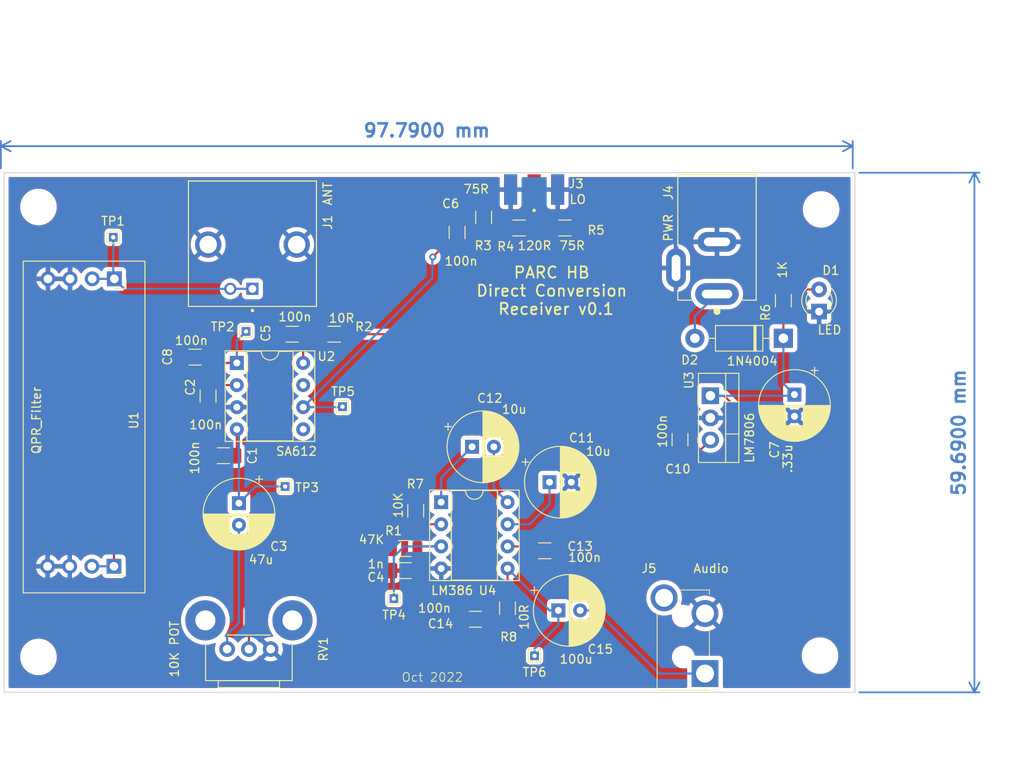
<source format=kicad_pcb>
(kicad_pcb (version 20211014) (generator pcbnew)
  (layers (0 "F.Cu" signal) (31 "B.Cu" signal) (34 "B.Paste" user) (35 "F.Paste" user) (36 "B.SilkS" user "B.Silkscreen") (37 "F.SilkS" user "F.Silkscreen") (38 "B.Mask" user) (39 "F.Mask" user) (44 "Edge.Cuts" user))
  (net 0 "")
  (net 1 "Net-(C1-Pad1)")
  (net 2 "GND")
  (net 3 "Net-(C2-Pad1)")
  (net 4 "Net-(C3-Pad2)")
  (net 5 "Net-(C4-Pad1)")
  (net 6 "Net-(C5-Pad1)")
  (net 7 "Net-(C6-Pad1)")
  (net 8 "12V")
  (net 9 "RX6V")
  (net 10 "Net-(D1-Pad2)")
  (net 11 "Net-(D2-Pad2)")
  (net 12 "Net-(C6-Pad2)")
  (net 13 "Net-(J1-Pad1)")
  (net 14 "Net-(J3-Pad1)")
  (net 15 "Net-(R1-Pad1)")
  (net 16 "Net-(C8-Pad1)")
  (net 19 "Net-(C11-Pad1)")
  (net 20 "Net-(C12-Pad1)")
  (net 21 "Net-(C12-Pad2)")
  (net 22 "Net-(C14-Pad1)")
  (net 23 "Net-(C15-Pad1)")
  (net 24 "Net-(C15-Pad2)")
  (net 25 "Net-(R7-Pad2)")
  (net 27 "Net-(C8-Pad2)")
  (footprint "Capacitor_THT:CP_Radial_D8.0mm_P2.50mm" (layer "F.Cu") (at 112.435 48.601849 -90)
    (fp_text reference "C7" (at 6.35 2.286 -270) (layer "F.SilkS"))
    (fp_text value ".33u" (at 7.366 0.762 -270) (layer "F.SilkS"))
    (pad "1" thru_hole rect (at 0 0 270) (size 1.6 1.6) (drill 0.8) (layers *.Cu *.Mask) (net 8 "12V"))
    (pad "2" thru_hole circle (at 2.5 0 270) (size 1.6 1.6) (drill 0.8) (layers *.Cu *.Mask) (net 2 "GND"))
  )
  (footprint "Capacitor_THT:CP_Radial_D8.0mm_P2.50mm" (layer "F.Cu") (at 84.318 58.664)
    (fp_text reference "C11" (at 3.692651 -5.08) (layer "F.SilkS"))
    (fp_text value "10u" (at 5.598 -3.546) (layer "F.SilkS"))
    (pad "1" thru_hole rect (at 0 0) (size 1.6 1.6) (drill 0.8) (layers *.Cu *.Mask) (net 19 "Net-(C11-Pad1)"))
    (pad "2" thru_hole circle (at 2.5 0) (size 1.6 1.6) (drill 0.8) (layers *.Cu *.Mask) (net 2 "GND"))
  )
  (footprint "Capacitor_SMD:C_1206_3216Metric" (layer "F.Cu") (at 43.6372 44.2976)
    (fp_text reference "C8" (at -3.175 -0.0254 90) (layer "F.SilkS"))
    (fp_text value "100n" (at -0.4318 -1.905) (layer "F.SilkS"))
    (pad "1" smd roundrect (at -1.475 0) (size 1.15 1.8) (layers "F.Cu" "F.Paste" "F.Mask") (roundrect_rratio 0.2173913043) (net 16 "Net-(C8-Pad1)"))
    (pad "2" smd roundrect (at 1.475 0) (size 1.15 1.8) (layers "F.Cu" "F.Paste" "F.Mask") (roundrect_rratio 0.2173913043) (net 27 "Net-(C8-Pad2)"))
  )
  (footprint "Custom_RF:CUI_PJ-002A" (layer "F.Cu") (at 103.545 37.0545 90)
    (fp_text reference "J4" (at 11.6545 -5.588 90) (layer "F.SilkS") (effects (font (size 1.000827 1.000827))))
    (fp_text value "PWR" (at 7.62 -5.588 90) (layer "F.SilkS") (effects (font (size 1.001181 1.001181))))
    (pad "1" thru_hole oval (at 0 0 90) (size 2.5 5) (drill oval 1 3.5) (layers *.Cu *.Mask) (net 11 "Net-(D2-Pad2)"))
    (pad "2" thru_hole oval (at 6 0 90) (size 2.25 4.5) (drill oval 1 3) (layers *.Cu *.Mask) (net 2 "GND"))
    (pad "3" thru_hole oval (at 3 -4.7 90) (size 4.5 2.25) (drill oval 3 1) (layers *.Cu *.Mask) (net 2 "GND"))
  )
  (footprint "Resistor_SMD:R_1206_3216Metric" (layer "F.Cu") (at 68.960651 61.966 -90)
    (fp_text reference "R7" (at -3.0888 0.050451 180) (layer "F.SilkS"))
    (fp_text value "10K" (at -0.6504 2.006251 -90) (layer "F.SilkS"))
    (pad "1" smd roundrect (at -1.4625 0 270) (size 1.125 1.75) (layers "F.Cu" "F.Paste" "F.Mask") (roundrect_rratio 0.2222222222) (net 2 "GND"))
    (pad "2" smd roundrect (at 1.4625 0 270) (size 1.125 1.75) (layers "F.Cu" "F.Paste" "F.Mask") (roundrect_rratio 0.2222222222) (net 25 "Net-(R7-Pad2)"))
  )
  (footprint "Resistor_SMD:R_1206_3216Metric" (layer "F.Cu") (at 80.821 29.464)
    (fp_text reference "R4" (at -1.524 2.1336) (layer "F.SilkS"))
    (fp_text value "120R" (at 1.778 2.032 180) (layer "F.SilkS"))
    (pad "1" smd roundrect (at -1.4625 0) (size 1.125 1.75) (layers "F.Cu" "F.Paste" "F.Mask") (roundrect_rratio 0.2222222222) (net 7 "Net-(C6-Pad1)"))
    (pad "2" smd roundrect (at 1.4625 0) (size 1.125 1.75) (layers "F.Cu" "F.Paste" "F.Mask") (roundrect_rratio 0.2222222222) (net 14 "Net-(J3-Pad1)"))
  )
  (footprint "Capacitor_SMD:C_1206_3216Metric" (layer "F.Cu") (at 45.1204 48.778 -90)
    (fp_text reference "C2" (at -1.026 2.042 -90) (layer "F.SilkS"))
    (fp_text value "100n" (at 3.292 0.264 180) (layer "F.SilkS"))
    (pad "1" smd roundrect (at -1.475 0 270) (size 1.15 1.8) (layers "F.Cu" "F.Paste" "F.Mask") (roundrect_rratio 0.2173913043) (net 3 "Net-(C2-Pad1)"))
    (pad "2" smd roundrect (at 1.475 0 270) (size 1.15 1.8) (layers "F.Cu" "F.Paste" "F.Mask") (roundrect_rratio 0.2173913043) (net 2 "GND"))
  )
  (footprint "MountingHole:MountingHole_3.2mm_M3" (layer "F.Cu") (at 115.4938 27.3304)
    (fp_text reference "H4" hide)
    (fp_text value "MountingHole" hide)
    (pad "" np_thru_hole circle (at 0 0) (size 3.2 3.2) (drill 3.2) (layers *.Cu *.Mask))
  )
  (footprint "Custom_RF:Bourns_PTV09A_Horizontal_Pot" (layer "F.Cu") (at 47.309 77.838 -90)
    (fp_text reference "RV1" (at 0 -11.05 -90) (layer "F.SilkS"))
    (fp_text value "10K POT" (at 0 6.05 -90) (layer "F.SilkS"))
    (pad "" thru_hole circle (at -3.3 -7.5 270) (size 4.6 4.6) (drill 2.3) (layers *.Cu *.Mask))
    (pad "" thru_hole circle (at -3.3 2.5 270) (size 4.6 4.6) (drill 2.3) (layers *.Cu *.Mask))
    (pad "1" thru_hole circle (at 0 0 270) (size 1.8 1.8) (drill 1) (layers *.Cu *.Mask) (net 4 "Net-(C3-Pad2)"))
    (pad "2" thru_hole circle (at 0 -2.5 270) (size 1.8 1.8) (drill 1) (layers *.Cu *.Mask) (net 15 "Net-(R1-Pad1)"))
    (pad "3" thru_hole circle (at 0 -5 270) (size 1.8 1.8) (drill 1) (layers *.Cu *.Mask) (net 2 "GND"))
  )
  (footprint "MountingHole:MountingHole_3.2mm_M3" (layer "F.Cu") (at 115.3668 78.5876)
    (fp_text reference "H3" hide)
    (fp_text value "MountingHole" hide)
    (pad "" np_thru_hole circle (at 0 0) (size 3.2 3.2) (drill 3.2) (layers *.Cu *.Mask))
  )
  (footprint "Package_DIP:DIP-8_W7.62mm_Socket" (layer "F.Cu") (at 71.882 60.96)
    (fp_text reference "U4" (at 5.324 10.15) (layer "F.SilkS"))
    (fp_text value "LM386" (at 1.26 10.15) (layer "F.SilkS"))
    (pad "1" thru_hole rect (at 0 0) (size 1.6 1.6) (drill 0.8) (layers *.Cu *.Mask) (net 20 "Net-(C12-Pad1)"))
    (pad "2" thru_hole oval (at 0 2.54) (size 1.6 1.6) (drill 0.8) (layers *.Cu *.Mask) (net 25 "Net-(R7-Pad2)"))
    (pad "3" thru_hole oval (at 0 5.08) (size 1.6 1.6) (drill 0.8) (layers *.Cu *.Mask) (net 5 "Net-(C4-Pad1)"))
    (pad "4" thru_hole oval (at 0 7.62) (size 1.6 1.6) (drill 0.8) (layers *.Cu *.Mask) (net 2 "GND"))
    (pad "5" thru_hole oval (at 7.62 7.62) (size 1.6 1.6) (drill 0.8) (layers *.Cu *.Mask) (net 23 "Net-(C15-Pad1)"))
    (pad "6" thru_hole oval (at 7.62 5.08) (size 1.6 1.6) (drill 0.8) (layers *.Cu *.Mask) (net 8 "12V"))
    (pad "7" thru_hole oval (at 7.62 2.54) (size 1.6 1.6) (drill 0.8) (layers *.Cu *.Mask) (net 19 "Net-(C11-Pad1)"))
    (pad "8" thru_hole oval (at 7.62 0) (size 1.6 1.6) (drill 0.8) (layers *.Cu *.Mask) (net 21 "Net-(C12-Pad2)"))
  )
  (footprint "MountingHole:MountingHole_3.2mm_M3" (layer "F.Cu") (at 25.654 78.74)
    (fp_text reference "H2" hide)
    (fp_text value "MountingHole" hide)
    (pad "" np_thru_hole circle (at 0 0) (size 3.2 3.2) (drill 3.2) (layers *.Cu *.Mask))
  )
  (footprint "Package_TO_SOT_THT:TO-220-3_Vertical" (layer "F.Cu") (at 102.783 48.7385 -90)
    (fp_text reference "U3" (at -1.778 2.453 -270) (layer "F.SilkS"))
    (fp_text value "LM7806" (at 4.826 -4.501 -270) (layer "F.SilkS"))
    (pad "1" thru_hole rect (at 0 0 270) (size 1.905 2) (drill 1.1) (layers *.Cu *.Mask) (net 8 "12V"))
    (pad "2" thru_hole oval (at 2.54 0 270) (size 1.905 2) (drill 1.1) (layers *.Cu *.Mask) (net 2 "GND"))
    (pad "3" thru_hole oval (at 5.08 0 270) (size 1.905 2) (drill 1.1) (layers *.Cu *.Mask) (net 9 "RX6V"))
  )
  (footprint "Resistor_SMD:R_1206_3216Metric" (layer "F.Cu") (at 79.492 73.142 90)
    (fp_text reference "R8" (at -3.302 0.136651) (layer "F.SilkS"))
    (fp_text value "10R" (at -1.016 1.914651 270) (layer "F.SilkS"))
    (pad "1" smd roundrect (at -1.4625 0 90) (size 1.125 1.75) (layers "F.Cu" "F.Paste" "F.Mask") (roundrect_rratio 0.2222222222) (net 22 "Net-(C14-Pad1)"))
    (pad "2" smd roundrect (at 1.4625 0 90) (size 1.125 1.75) (layers "F.Cu" "F.Paste" "F.Mask") (roundrect_rratio 0.2222222222) (net 23 "Net-(C15-Pad1)"))
  )
  (footprint "Capacitor_THT:CP_Radial_D8.0mm_P2.50mm" (layer "F.Cu") (at 85.334 73.396)
    (fp_text reference "C15" (at 4.8106 4.455) (layer "F.SilkS"))
    (fp_text value "100u" (at 2.042 5.598) (layer "F.SilkS"))
    (pad "1" thru_hole rect (at 0 0) (size 1.6 1.6) (drill 0.8) (layers *.Cu *.Mask) (net 23 "Net-(C15-Pad1)"))
    (pad "2" thru_hole circle (at 2.5 0) (size 1.6 1.6) (drill 0.8) (layers *.Cu *.Mask) (net 24 "Net-(C15-Pad2)"))
  )
  (footprint "TestPoint:TestPoint_THTPad_1.0x1.0mm_Drill0.5mm" (layer "F.Cu") (at 82.6008 78.613)
    (fp_text reference "TP6" (at 0 1.8796) (layer "F.SilkS"))
    (fp_text value "TP6" hide)
    (pad "1" thru_hole rect (at 0 0) (size 1 1) (drill 0.5) (layers *.Cu *.Mask) (net 23 "Net-(C15-Pad1)"))
  )
  (footprint "Capacitor_SMD:C_1206_3216Metric" (layer "F.Cu") (at 73.709 29.972 -90)
    (fp_text reference "C6" (at -3.302 0.7348) (layer "F.SilkS"))
    (fp_text value "100n" (at 3.302 -0.459) (layer "F.SilkS"))
    (pad "1" smd roundrect (at -1.475 0 270) (size 1.15 1.8) (layers "F.Cu" "F.Paste" "F.Mask") (roundrect_rratio 0.2173913043) (net 7 "Net-(C6-Pad1)"))
    (pad "2" smd roundrect (at 1.475 0 270) (size 1.15 1.8) (layers "F.Cu" "F.Paste" "F.Mask") (roundrect_rratio 0.2173913043) (net 12 "Net-(C6-Pad2)"))
  )
  (footprint "Capacitor_SMD:C_1206_3216Metric" (layer "F.Cu") (at 67.739651 68.824 180)
    (fp_text reference "C4" (at 3.351 -0.762 180) (layer "F.SilkS"))
    (fp_text value "1n" (at 3.351 0.762 180) (layer "F.SilkS"))
    (pad "1" smd roundrect (at -1.475 0 180) (size 1.15 1.8) (layers "F.Cu" "F.Paste" "F.Mask") (roundrect_rratio 0.2173913043) (net 5 "Net-(C4-Pad1)"))
    (pad "2" smd roundrect (at 1.475 0 180) (size 1.15 1.8) (layers "F.Cu" "F.Paste" "F.Mask") (roundrect_rratio 0.2173913043) (net 2 "GND"))
  )
  (footprint "MountingHole:MountingHole_3.2mm_M3" (layer "F.Cu") (at 25.654 27.051)
    (fp_text reference "H1" hide)
    (fp_text value "MountingHole" hide)
    (pad "" np_thru_hole circle (at 0 0) (size 3.2 3.2) (drill 3.2) (layers F&B.Cu *.Mask))
  )
  (footprint "Capacitor_SMD:C_1206_3216Metric" (layer "F.Cu") (at 54.7849 41.666 180)
    (fp_text reference "C5" (at 3.0451 0.1116 270) (layer "F.SilkS"))
    (fp_text value "100n" (at -0.3077 1.9912 180) (layer "F.SilkS"))
    (pad "1" smd roundrect (at -1.475 0 180) (size 1.15 1.8) (layers "F.Cu" "F.Paste" "F.Mask") (roundrect_rratio 0.2173913043) (net 6 "Net-(C5-Pad1)"))
    (pad "2" smd roundrect (at 1.475 0 180) (size 1.15 1.8) (layers "F.Cu" "F.Paste" "F.Mask") (roundrect_rratio 0.2173913043) (net 2 "GND"))
  )
  (footprint "Custom_RF:CONN_1-1337543-0" (layer "F.Cu") (at 50.2158 36.4505 -90)
    (fp_text reference "J1" (at -7.62 -8.636 -90) (layer "F.SilkS") (effects (font (size 1.001882 1.001882))))
    (fp_text value "ANT" (at -10.922 -8.636 90) (layer "F.SilkS") (effects (font (size 1.000929 1.000929))))
    (pad "1" thru_hole rect (at 0 0 270) (size 1.398 1.398) (drill 0.89) (layers *.Cu *.Mask) (net 13 "Net-(J1-Pad1)"))
    (pad "2" thru_hole circle (at 0 2.54 270) (size 1.398 1.398) (drill 0.89) (layers *.Cu *.Mask) (net 13 "Net-(J1-Pad1)"))
    (pad "P1" thru_hole circle (at -5.08 5.08 270) (size 3.015 3.015) (drill 2.01) (layers *.Cu *.Mask) (net 2 "GND"))
    (pad "P2" thru_hole circle (at -5.08 -5.08 270) (size 3.015 3.015) (drill 2.01) (layers *.Cu *.Mask) (net 2 "GND"))
  )
  (footprint "Custom_RF:48322230" (layer "F.Cu") (at 102.172 80.647)
    (fp_text reference "J5" (at -6.4394 -12.067) (layer "F.SilkS"))
    (fp_text value "Audio" (at 0.698 -12.067 180) (layer "F.SilkS"))
    (pad "" np_thru_hole circle (at -2.5 -6.6) (size 1.6 1.6) (drill 1.6) (layers *.Cu *.Mask))
    (pad "" np_thru_hole circle (at -2.5 -1.9) (size 1.6 1.6) (drill 1.6) (layers *.Cu *.Mask))
    (pad "1" thru_hole rect (at 0 0) (size 3.092 3.092) (drill 2.0616) (layers *.Cu *.Mask) (net 24 "Net-(C15-Pad2)"))
    (pad "2" thru_hole circle (at 0 -6.9) (size 3.092 3.092) (drill 2.0616) (layers *.Cu *.Mask) (net 2 "GND"))
    (pad "3" thru_hole circle (at -4.7 -8.7) (size 3.092 3.092) (drill 2.0616) (layers *.Cu *.Mask))
  )
  (footprint "TestPoint:TestPoint_THTPad_1.0x1.0mm_Drill0.5mm" (layer "F.Cu") (at 53.975 59.1566)
    (fp_text reference "TP3" (at 2.5146 0.127) (layer "F.SilkS"))
    (fp_text value "TP3" hide)
    (pad "1" thru_hole rect (at 0 0) (size 1 1) (drill 0.5) (layers *.Cu *.Mask) (net 1 "Net-(C1-Pad1)"))
  )
  (footprint "Resistor_SMD:R_1206_3216Metric" (layer "F.Cu") (at 76.757 28.2555 90)
    (fp_text reference "R3" (at -3.2405 -0.049) (layer "F.SilkS"))
    (fp_text value "75R" (at 3.2619 -0.8618) (layer "F.SilkS"))
    (pad "1" smd roundrect (at -1.4625 0 90) (size 1.125 1.75) (layers "F.Cu" "F.Paste" "F.Mask") (roundrect_rratio 0.2222222222) (net 7 "Net-(C6-Pad1)"))
    (pad "2" smd roundrect (at 1.4625 0 90) (size 1.125 1.75) (layers "F.Cu" "F.Paste" "F.Mask") (roundrect_rratio 0.2222222222) (net 2 "GND"))
  )
  (footprint "Capacitor_SMD:C_1206_3216Metric" (layer "F.Cu") (at 99.298 53.7695 90)
    (fp_text reference "C10" (at -3.3805 -0.238 180) (layer "F.SilkS"))
    (fp_text value "100n" (at 0.9375 -2.016 90) (layer "F.SilkS"))
    (pad "1" smd roundrect (at -1.475 0 90) (size 1.15 1.8) (layers "F.Cu" "F.Paste" "F.Mask") (roundrect_rratio 0.2173913043) (net 9 "RX6V"))
    (pad "2" smd roundrect (at 1.475 0 90) (size 1.15 1.8) (layers "F.Cu" "F.Paste" "F.Mask") (roundrect_rratio 0.2173913043) (net 2 "GND"))
  )
  (footprint "Resistor_SMD:R_1206_3216Metric" (layer "F.Cu") (at 67.690651 66.284)
    (fp_text reference "R1" (at -1.27 -2.032) (layer "F.SilkS"))
    (fp_text value "47K" (at -3.81 -1.016) (layer "F.SilkS"))
    (pad "1" smd roundrect (at -1.4625 0) (size 1.125 1.75) (layers "F.Cu" "F.Paste" "F.Mask") (roundrect_rratio 0.2222222222) (net 15 "Net-(R1-Pad1)"))
    (pad "2" smd roundrect (at 1.4625 0) (size 1.125 1.75) (layers "F.Cu" "F.Paste" "F.Mask") (roundrect_rratio 0.2222222222) (net 5 "Net-(C4-Pad1)"))
  )
  (footprint "Capacitor_THT:CP_Radial_D8.0mm_P2.50mm" (layer "F.Cu") (at 48.6664 61.077349 -90)
    (fp_text reference "C3" (at 4.962651 -4.572 180) (layer "F.SilkS"))
    (fp_text value "47u" (at 6.486651 -2.54 180) (layer "F.SilkS"))
    (pad "1" thru_hole rect (at 0 0 270) (size 1.6 1.6) (drill 0.8) (layers *.Cu *.Mask) (net 1 "Net-(C1-Pad1)"))
    (pad "2" thru_hole circle (at 2.5 0 270) (size 1.6 1.6) (drill 0.8) (layers *.Cu *.Mask) (net 4 "Net-(C3-Pad2)"))
  )
  (footprint "Package_DIP:DIP-8_W7.62mm_Socket" (layer "F.Cu") (at 48.4224 44.968)
    (fp_text reference "U2" (at 10.277 -0.7466) (layer "F.SilkS"))
    (fp_text value "SA612" (at 6.848 10.15) (layer "F.SilkS"))
    (pad "1" thru_hole rect (at 0 0) (size 1.6 1.6) (drill 0.8) (layers *.Cu *.Mask) (net 27 "Net-(C8-Pad2)"))
    (pad "2" thru_hole oval (at 0 2.54) (size 1.6 1.6) (drill 0.8) (layers *.Cu *.Mask) (net 3 "Net-(C2-Pad1)"))
    (pad "3" thru_hole oval (at 0 5.08) (size 1.6 1.6) (drill 0.8) (layers *.Cu *.Mask) (net 2 "GND"))
    (pad "4" thru_hole oval (at 0 7.62) (size 1.6 1.6) (drill 0.8) (layers *.Cu *.Mask) (net 1 "Net-(C1-Pad1)"))
    (pad "5" thru_hole oval (at 7.62 7.62) (size 1.6 1.6) (drill 0.8) (layers *.Cu *.Mask))
    (pad "6" thru_hole oval (at 7.62 5.08) (size 1.6 1.6) (drill 0.8) (layers *.Cu *.Mask) (net 12 "Net-(C6-Pad2)"))
    (pad "7" thru_hole oval (at 7.62 2.54) (size 1.6 1.6) (drill 0.8) (layers *.Cu *.Mask))
    (pad "8" thru_hole oval (at 7.62 0) (size 1.6 1.6) (drill 0.8) (layers *.Cu *.Mask) (net 6 "Net-(C5-Pad1)"))
  )
  (footprint "Custom_RF:RFSOLUTIONS_CON-SMA-EDGE-S" (layer "F.Cu") (at 82.55 25.0465 -90)
    (fp_text reference "J3" (at -0.6625 -4.826 180) (layer "F.SilkS"))
    (fp_text value "LO" (at 1.1409 -5.0038 180) (layer "F.SilkS"))
    (pad "1" smd rect (at 0 0 270) (size 3.5 1.5) (layers "F.Cu" "F.Paste" "F.Mask") (net 14 "Net-(J3-Pad1)"))
    (pad "G1" smd rect (at 0 -2.7 270) (size 3.5 1.5) (layers "F.Cu" "F.Paste" "F.Mask") (net 2 "GND"))
    (pad "G2" smd rect (at 0 2.7 270) (size 3.5 1.5) (layers "F.Cu" "F.Paste" "F.Mask") (net 2 "GND"))
    (pad "G3" smd rect (at 0 -2.7 270) (size 3.5 1.5) (layers "B.Cu" "B.Paste" "B.Mask") (net 2 "GND"))
    (pad "G4" smd rect (at 0 2.7 270) (size 3.5 1.5) (layers "B.Cu" "B.Paste" "B.Mask") (net 2 "GND"))
  )
  (footprint "Capacitor_SMD:C_1206_3216Metric" (layer "F.Cu") (at 75.818651 74.412 180)
    (fp_text reference "C14" (at 4.015 -0.508 180) (layer "F.SilkS"))
    (fp_text value "100n" (at 4.708651 1.27) (layer "F.SilkS"))
    (pad "1" smd roundrect (at -1.475 0 180) (size 1.15 1.8) (layers "F.Cu" "F.Paste" "F.Mask") (roundrect_rratio 0.2173913043) (net 22 "Net-(C14-Pad1)"))
    (pad "2" smd roundrect (at 1.475 0 180) (size 1.15 1.8) (layers "F.Cu" "F.Paste" "F.Mask") (roundrect_rratio 0.2173913043) (net 2 "GND"))
  )
  (footprint "LED_THT:LED_D3.0mm" (layer "F.Cu") (at 115.2652 39.0652 90)
    (fp_text reference "D1" (at 4.7244 1.3462) (layer "F.SilkS"))
    (fp_text value "LED" (at -2.1082 1.1938) (layer "F.SilkS"))
    (pad "1" thru_hole rect (at 0 0 90) (size 1.8 1.8) (drill 0.9) (layers *.Cu *.Mask) (net 2 "GND"))
    (pad "2" thru_hole circle (at 2.54 0 90) (size 1.8 1.8) (drill 0.9) (layers *.Cu *.Mask) (net 10 "Net-(D1-Pad2)"))
  )
  (footprint "Diode_THT:D_DO-41_SOD81_P10.16mm_Horizontal" (layer "F.Cu") (at 111.165 42.1345 180)
    (fp_text reference "D2" (at 10.7588 -2.4933 180) (layer "F.SilkS"))
    (fp_text value "1N4004" (at 3.5706 -2.6203) (layer "F.SilkS"))
    (pad "1" thru_hole rect (at 0 0 180) (size 2.2 2.2) (drill 1.1) (layers *.Cu *.Mask) (net 8 "12V"))
    (pad "2" thru_hole oval (at 10.16 0 180) (size 2.2 2.2) (drill 1.1) (layers *.Cu *.Mask) (net 11 "Net-(D2-Pad2)"))
  )
  (footprint "Capacitor_SMD:C_1206_3216Metric" (layer "F.Cu") (at 83.771 66.548)
    (fp_text reference "C13" (at 4.064 -0.508) (layer "F.SilkS"))
    (fp_text value "100n" (at 4.572 0.762 180) (layer "F.SilkS"))
    (pad "1" smd roundrect (at -1.475 0) (size 1.15 1.8) (layers "F.Cu" "F.Paste" "F.Mask") (roundrect_rratio 0.2173913043) (net 8 "12V"))
    (pad "2" smd roundrect (at 1.475 0) (size 1.15 1.8) (layers "F.Cu" "F.Paste" "F.Mask") (roundrect_rratio 0.2173913043) (net 2 "GND"))
  )
  (footprint "Capacitor_SMD:C_1206_3216Metric" (layer "F.Cu") (at 46.8884 55.626 180)
    (fp_text reference "C1" (at -3.302 0 90) (layer "F.SilkS"))
    (fp_text value "100n" (at 3.302 -0.254 90) (layer "F.SilkS"))
    (pad "1" smd roundrect (at -1.475 0 180) (size 1.15 1.8) (layers "F.Cu" "F.Paste" "F.Mask") (roundrect_rratio 0.2173913043) (net 1 "Net-(C1-Pad1)"))
    (pad "2" smd roundrect (at 1.475 0 180) (size 1.15 1.8) (layers "F.Cu" "F.Paste" "F.Mask") (roundrect_rratio 0.2173913043) (net 2 "GND"))
  )
  (footprint "TestPoint:TestPoint_THTPad_1.0x1.0mm_Drill0.5mm" (layer "F.Cu") (at 66.4464 72.0344)
    (fp_text reference "TP4" (at 0.0254 1.8796) (layer "F.SilkS"))
    (fp_text value "TP4" hide)
    (pad "1" thru_hole rect (at 0 0) (size 1 1) (drill 0.5) (layers *.Cu *.Mask) (net 5 "Net-(C4-Pad1)"))
  )
  (footprint "Capacitor_THT:CP_Radial_D8.0mm_P2.50mm" (layer "F.Cu") (at 75.428 54.6)
    (fp_text reference "C12" (at 2.042 -5.578) (layer "F.SilkS"))
    (fp_text value "10u" (at 4.836 -4.308) (layer "F.SilkS"))
    (pad "1" thru_hole rect (at 0 0) (size 1.6 1.6) (drill 0.8) (layers *.Cu *.Mask) (net 20 "Net-(C12-Pad1)"))
    (pad "2" thru_hole circle (at 2.5 0) (size 1.6 1.6) (drill 0.8) (layers *.Cu *.Mask) (net 21 "Net-(C12-Pad2)"))
  )
  (footprint "TestPoint:TestPoint_THTPad_1.0x1.0mm_Drill0.5mm" (layer "F.Cu") (at 49.4792 41.3512)
    (fp_text reference "TP2" (at -2.6924 -0.5334) (layer "F.SilkS"))
    (fp_text value "TP2" hide)
    (pad "1" thru_hole rect (at 0 0) (size 1 1) (drill 0.5) (layers *.Cu *.Mask) (net 27 "Net-(C8-Pad2)"))
  )
  (footprint "Resistor_SMD:R_1206_3216Metric" (layer "F.Cu") (at 86.0935 29.464)
    (fp_text reference "R5" (at 3.5685 0.254 180) (layer "F.SilkS"))
    (fp_text value "75R" (at 0.8235 2.032 180) (layer "F.SilkS"))
    (pad "1" smd roundrect (at -1.4625 0) (size 1.125 1.75) (layers "F.Cu" "F.Paste" "F.Mask") (roundrect_rratio 0.2222222222) (net 14 "Net-(J3-Pad1)"))
    (pad "2" smd roundrect (at 1.4625 0) (size 1.125 1.75) (layers "F.Cu" "F.Paste" "F.Mask") (roundrect_rratio 0.2222222222) (net 2 "GND"))
  )
  (footprint "TestPoint:TestPoint_THTPad_1.0x1.0mm_Drill0.5mm" (layer "F.Cu") (at 34.2392 30.5308)
    (fp_text reference "TP1" (at -0.0254 -1.8542) (layer "F.SilkS"))
    (fp_text value "TP1" hide)
    (pad "1" thru_hole rect (at 0 0) (size 1 1) (drill 0.5) (layers *.Cu *.Mask) (net 13 "Net-(J1-Pad1)"))
  )
  (footprint "Resistor_SMD:R_1206_3216Metric" (layer "F.Cu") (at 111.165 37.8165 90)
    (fp_text reference "R6" (at -1.3503 -2.0466 90) (layer "F.SilkS"))
    (fp_text value "1K" (at 3.5519 -0.1162 90) (layer "F.SilkS"))
    (pad "1" smd roundrect (at -1.4625 0 90) (size 1.125 1.75) (layers "F.Cu" "F.Paste" "F.Mask") (roundrect_rratio 0.2222222222) (net 8 "12V"))
    (pad "2" smd roundrect (at 1.4625 0 90) (size 1.125 1.75) (layers "F.Cu" "F.Paste" "F.Mask") (roundrect_rratio 0.2222222222) (net 10 "Net-(D1-Pad2)"))
  )
  (footprint "Custom_RF:QRPLabs_Filter_TH" (layer "F.Cu") (at 28.9814 45.466 -90)
    (fp_text reference "U1" (at 6.096 -7.62 90 unlocked) (layer "F.SilkS"))
    (fp_text value "QPR_Filter" (at 6.096 3.556 90 unlocked) (layer "F.SilkS"))
    (pad "1" thru_hole rect (at -10.16 -5.38 270) (size 1.7 1.7) (drill 1) (layers *.Cu *.Mask) (net 13 "Net-(J1-Pad1)"))
    (pad "2" thru_hole oval (at -10.16 -2.84 270) (size 1.7 1.7) (drill 1) (layers *.Cu *.Mask) (net 13 "Net-(J1-Pad1)"))
    (pad "3" thru_hole oval (at -10.16 -0.3 270) (size 1.7 1.7) (drill 1) (layers *.Cu *.Mask) (net 2 "GND"))
    (pad "4" thru_hole oval (at -10.16 2.24 270) (size 1.7 1.7) (drill 1) (layers *.Cu *.Mask) (net 2 "GND"))
    (pad "5" thru_hole oval (at 22.86 2.286 270) (size 1.7 1.7) (drill 1) (layers *.Cu *.Mask) (net 2 "GND"))
    (pad "6" thru_hole oval (at 22.86 -0.254 270) (size 1.7 1.7) (drill 1) (layers *.Cu *.Mask) (net 2 "GND"))
    (pad "7" thru_hole oval (at 22.86 -2.794 270) (size 1.7 1.7) (drill 1) (layers *.Cu *.Mask) (net 16 "Net-(C8-Pad1)"))
    (pad "8" thru_hole rect (at 22.86 -5.334 270) (size 1.7 1.7) (drill 1) (layers *.Cu *.Mask) (net 16 "Net-(C8-Pad1)"))
  )
  (footprint "Resistor_SMD:R_1206_3216Metric" (layer "F.Cu") (at 59.5984 41.666 180)
    (fp_text reference "R2" (at -3.3936 0.8482 180) (layer "F.SilkS"))
    (fp_text value "10R" (at -0.8536 1.8388 180) (layer "F.SilkS"))
    (pad "1" smd roundrect (at -1.4625 0 180) (size 1.125 1.75) (layers "F.Cu" "F.Paste" "F.Mask") (roundrect_rratio 0.2222222222) (net 9 "RX6V"))
    (pad "2" smd roundrect (at 1.4625 0 180) (size 1.125 1.75) (layers "F.Cu" "F.Paste" "F.Mask") (roundrect_rratio 0.2222222222) (net 6 "Net-(C5-Pad1)"))
  )
  (footprint "TestPoint:TestPoint_THTPad_1.0x1.0mm_Drill0.5mm" (layer "F.Cu") (at 60.5536 49.9872)
    (fp_text reference "TP5" (at 0.0508 -1.7272) (layer "F.SilkS"))
    (fp_text value "TP5" hide)
    (pad "1" thru_hole rect (at 0 0) (size 1 1) (drill 0.5) (layers *.Cu *.Mask) (net 12 "Net-(C6-Pad2)"))
  )
  (gr_rect (start 119.38 82.804) (end 21.717 23.114) (layer "Edge.Cuts") (width 0.1) (fill none))
  (gr_text "Oct 2022" (at 70.866 81.0768) (layer "F.SilkS") (effects (font (size 1 1) (thickness 0.1))))
  (gr_text "PARC HB \nDirect Conversion \nReceiver v0.1" (at 85.0646 36.6776) (layer "F.SilkS") (effects (font (size 1.3 1.3) (thickness 0.2))))
  (dimension (type aligned) (layer "B.Cu") (pts (xy 21.336 23.114) (xy 119.126 23.114)) (height -3.048) (gr_text "97.7900 mm" (at 70.231 18.266) (layer "B.Cu") (effects (font (size 1.5 1.5) (thickness 0.3)))) (format (units 3) (units_format 1) (precision 4)) (style (thickness 0.2) (arrow_length 1.27) (text_position_mode 0) (extension_height 0.58642) (extension_offset 0.5) keep_text_aligned))
  (dimension (type aligned) (layer "B.Cu") (pts (xy 119.38 23.114) (xy 119.38 82.804)) (height -13.716) (gr_text "59.6900 mm" (at 131.296 52.959 90) (layer "B.Cu") (effects (font (size 1.5 1.5) (thickness 0.3)))) (format (units 3) (units_format 1) (precision 4)) (style (thickness 0.2) (arrow_length 1.27) (text_position_mode 0) (extension_height 0.58642) (extension_offset 0.5) keep_text_aligned))
  (segment (start 48.4224 55.567) (end 48.3634 55.626) (width 0.25) (layer "F.Cu") (net 1))
  (segment (start 48.4224 52.588) (end 48.4224 55.567) (width 0.25) (layer "F.Cu") (net 1))
  (segment (start 48.6664 52.832) (end 48.4224 52.588) (width 0.25) (layer "B.Cu") (net 1))
  (segment (start 50.587149 59.1566) (end 48.6664 61.077349) (width 0.25) (layer "B.Cu") (net 1))
  (segment (start 53.975 59.1566) (end 50.587149 59.1566) (width 0.25) (layer "B.Cu") (net 1))
  (segment (start 48.6664 61.077349) (end 48.6664 52.832) (width 0.25) (layer "B.Cu") (net 1))
  (segment (start 45.3254 47.508) (end 48.4224 47.508) (width 0.25) (layer "F.Cu") (net 3))
  (segment (start 45.1204 47.303) (end 45.3254 47.508) (width 0.25) (layer "F.Cu") (net 3))
  (segment (start 47.309 76.3158) (end 47.309 77.838) (width 0.25) (layer "B.Cu") (net 4))
  (segment (start 47.244 76.2508) (end 47.309 76.3158) (width 0.25) (layer "B.Cu") (net 4))
  (segment (start 48.6664 63.577349) (end 48.6664 74.8284) (width 0.25) (layer "B.Cu") (net 4))
  (segment (start 48.6664 74.8284) (end 47.244 76.2508) (width 0.25) (layer "B.Cu") (net 4))
  (segment (start 69.153151 66.284) (end 69.397151 66.04) (width 0.25) (layer "F.Cu") (net 5))
  (segment (start 69.397151 66.04) (end 71.882 66.04) (width 0.25) (layer "F.Cu") (net 5))
  (segment (start 69.153151 66.284) (end 69.153151 68.7625) (width 0.25) (layer "F.Cu") (net 5))
  (segment (start 69.153151 68.7625) (end 69.214651 68.824) (width 0.25) (layer "F.Cu") (net 5))
  (segment (start 66.4464 67.2338) (end 67.6402 66.04) (width 0.25) (layer "B.Cu") (net 5))
  (segment (start 66.4464 72.0344) (end 66.4464 67.2338) (width 0.25) (layer "B.Cu") (net 5))
  (segment (start 67.6402 66.04) (end 71.882 66.04) (width 0.25) (layer "B.Cu") (net 5))
  (segment (start 56.2599 41.666) (end 58.1359 41.666) (width 0.25) (layer "F.Cu") (net 6))
  (segment (start 56.2599 41.666) (end 56.0424 41.8835) (width 0.25) (layer "F.Cu") (net 6))
  (segment (start 56.0424 41.8835) (end 56.0424 44.968) (width 0.25) (layer "F.Cu") (net 6))
  (segment (start 79.1045 29.718) (end 79.3585 29.464) (width 0.25) (layer "F.Cu") (net 7))
  (segment (start 76.757 29.718) (end 79.1045 29.718) (width 0.25) (layer "F.Cu") (net 7))
  (segment (start 74.93 29.718) (end 76.757 29.718) (width 0.25) (layer "F.Cu") (net 7))
  (segment (start 73.709 28.497) (end 74.93 29.718) (width 0.25) (layer "F.Cu") (net 7))
  (segment (start 105.664 50.038) (end 104.3645 48.7385) (width 0.25) (layer "F.Cu") (net 8))
  (segment (start 82.335 66.538) (end 84.357 64.516) (width 0.25) (layer "F.Cu") (net 8))
  (segment (start 104.394 64.516) (end 105.664 63.246) (width 0.25) (layer "F.Cu") (net 8))
  (segment (start 81.837 66.04) (end 82.335 66.538) (width 0.25) (layer "F.Cu") (net 8))
  (segment (start 105.664 63.246) (end 105.664 50.038) (width 0.25) (layer "F.Cu") (net 8))
  (segment (start 111.165 39.279) (end 111.165 42.1345) (width 0.25) (layer "F.Cu") (net 8))
  (segment (start 84.357 64.516) (end 104.394 64.516) (width 0.25) (layer "F.Cu") (net 8))
  (segment (start 79.502 66.04) (end 81.837 66.04) (width 0.25) (layer "F.Cu") (net 8))
  (segment (start 104.3645 48.7385) (end 102.783 48.7385) (width 0.25) (layer "F.Cu") (net 8))
  (segment (start 111.165 47.331849) (end 112.435 48.601849) (width 0.25) (layer "B.Cu") (net 8))
  (segment (start 111.165 42.1345) (end 111.165 47.331849) (width 0.25) (layer "B.Cu") (net 8))
  (segment (start 112.298349 48.7385) (end 112.435 48.601849) (width 0.25) (layer "B.Cu") (net 8))
  (segment (start 102.783 48.7385) (end 112.298349 48.7385) (width 0.25) (layer "B.Cu") (net 8))
  (segment (start 98.9927 55.5498) (end 99.298 55.2445) (width 0.25) (layer "F.Cu") (net 9))
  (segment (start 102.783 53.8185) (end 101.1533 55.4482) (width 0.25) (layer "F.Cu") (net 9))
  (segment (start 99.5017 55.4482) (end 99.298 55.2445) (width 0.25) (layer "F.Cu") (net 9))
  (segment (start 82.4838 41.666) (end 96.3676 55.5498) (width 0.25) (layer "F.Cu") (net 9))
  (segment (start 96.3676 55.5498) (end 98.9927 55.5498) (width 0.25) (layer "F.Cu") (net 9))
  (segment (start 101.1533 55.4482) (end 99.5017 55.4482) (width 0.25) (layer "F.Cu") (net 9))
  (segment (start 61.0609 41.666) (end 82.4838 41.666) (width 0.25) (layer "F.Cu") (net 9))
  (segment (start 111.165 36.354) (end 111.3362 36.5252) (width 0.25) (layer "F.Cu") (net 10))
  (segment (start 111.3362 36.5252) (end 115.2652 36.5252) (width 0.25) (layer "F.Cu") (net 10))
  (segment (start 101.005 39.5945) (end 103.545 37.0545) (width 0.25) (layer "B.Cu") (net 11))
  (segment (start 101.005 42.1345) (end 101.005 39.5945) (width 0.25) (layer "B.Cu") (net 11))
  (segment (start 72.2612 31.447) (end 73.709 31.447) (width 0.25) (layer "F.Cu") (net 12))
  (segment (start 70.9168 32.7914) (end 72.2612 31.447) (width 0.25) (layer "F.Cu") (net 12))
  (via (at 70.9168 32.7914) (size 0.8) (drill 0.4) (layers "F.Cu" "B.Cu") (net 12))
  (segment (start 70.866 35.2244) (end 56.0424 50.048) (width 0.25) (layer "B.Cu") (net 12))
  (segment (start 70.866 32.8422) (end 70.866 35.2244) (width 0.25) (layer "B.Cu") (net 12))
  (segment (start 70.9168 32.7914) (end 70.866 32.8422) (width 0.25) (layer "B.Cu") (net 12))
  (segment (start 56.0424 50.048) (end 60.4928 50.048) (width 0.25) (layer "B.Cu") (net 12))
  (segment (start 60.4928 50.048) (end 60.5536 49.9872) (width 0.25) (layer "B.Cu") (net 12))
  (segment (start 50.2158 36.4505) (end 47.6758 36.4505) (width 0.25) (layer "B.Cu") (net 13))
  (segment (start 34.2392 30.5308) (end 34.2392 35.1838) (width 0.25) (layer "B.Cu") (net 13))
  (segment (start 31.8214 35.306) (end 34.3614 35.306) (width 0.25) (layer "B.Cu") (net 13))
  (segment (start 34.2392 35.1838) (end 34.3614 35.306) (width 0.25) (layer "B.Cu") (net 13))
  (segment (start 47.6758 36.4505) (end 35.5059 36.4505) (width 0.25) (layer "B.Cu") (net 13))
  (segment (start 35.5059 36.4505) (end 34.3614 35.306) (width 0.25) (layer "B.Cu") (net 13))
  (segment (start 82.505 29.2425) (end 82.2835 29.464) (width 0.25) (layer "F.Cu") (net 14))
  (segment (start 82.2835 29.464) (end 84.631 29.464) (width 0.25) (layer "F.Cu") (net 14))
  (segment (start 82.505 25.654) (end 82.505 29.2425) (width 0.25) (layer "F.Cu") (net 14))
  (segment (start 56.906 66.284) (end 49.809 73.381) (width 0.25) (layer "F.Cu") (net 15))
  (segment (start 66.228151 66.284) (end 56.906 66.284) (width 0.25) (layer "F.Cu") (net 15))
  (segment (start 49.809 73.381) (end 49.809 77.838) (width 0.25) (layer "F.Cu") (net 15))
  (segment (start 34.3154 46.5328) (end 34.3154 68.326) (width 0.25) (layer "F.Cu") (net 16))
  (segment (start 42.1622 44.2976) (end 36.5506 44.2976) (width 0.25) (layer "F.Cu") (net 16))
  (segment (start 36.5506 44.2976) (end 34.3154 46.5328) (width 0.25) (layer "F.Cu") (net 16))
  (segment (start 31.7754 68.326) (end 34.3154 68.326) (width 0.25) (layer "B.Cu") (net 16))
  (segment (start 84.318 61.204) (end 84.318 58.664) (width 0.25) (layer "B.Cu") (net 19))
  (segment (start 79.502 63.5) (end 82.022 63.5) (width 0.25) (layer "B.Cu") (net 19))
  (segment (start 82.022 63.5) (end 84.318 61.204) (width 0.25) (layer "B.Cu") (net 19))
  (segment (start 71.882 60.96) (end 71.882 58.146) (width 0.25) (layer "B.Cu") (net 20))
  (segment (start 71.882 58.146) (end 75.428 54.6) (width 0.25) (layer "B.Cu") (net 20))
  (segment (start 77.928 59.386) (end 79.502 60.96) (width 0.25) (layer "B.Cu") (net 21))
  (segment (start 77.928 54.6) (end 77.928 59.386) (width 0.25) (layer "B.Cu") (net 21))
  (segment (start 79.2995 74.412) (end 79.492 74.6045) (width 0.25) (layer "F.Cu") (net 22))
  (segment (start 77.293651 74.412) (end 79.2995 74.412) (width 0.25) (layer "F.Cu") (net 22))
  (segment (start 79.502 68.58) (end 79.502 71.6695) (width 0.25) (layer "F.Cu") (net 23))
  (segment (start 79.502 71.6695) (end 79.492 71.6795) (width 0.25) (layer "F.Cu") (net 23))
  (segment (start 85.334 75.067) (end 85.334 73.396) (width 0.25) (layer "B.Cu") (net 23))
  (segment (start 85.334 73.396) (end 84.318 73.396) (width 0.25) (layer "B.Cu") (net 23))
  (segment (start 84.318 73.396) (end 79.502 68.58) (width 0.25) (layer "B.Cu") (net 23))
  (segment (start 82.6008 77.8002) (end 85.334 75.067) (width 0.25) (layer "B.Cu") (net 23))
  (segment (start 82.6008 78.613) (end 82.6008 77.8002) (width 0.25) (layer "B.Cu") (net 23))
  (segment (start 96.903 80.647) (end 89.652 73.396) (width 0.25) (layer "B.Cu") (net 24))
  (segment (start 102.172 80.647) (end 96.903 80.647) (width 0.25) (layer "B.Cu") (net 24))
  (segment (start 89.652 73.396) (end 87.834 73.396) (width 0.25) (layer "B.Cu") (net 24))
  (segment (start 68.960651 63.4285) (end 69.032151 63.5) (width 0.25) (layer "F.Cu") (net 25))
  (segment (start 69.032151 63.5) (end 71.882 63.5) (width 0.25) (layer "F.Cu") (net 25))
  (segment (start 45.7826 44.968) (end 48.4224 44.968) (width 0.25) (layer "F.Cu") (net 27))
  (segment (start 45.1122 44.2976) (end 45.7826 44.968) (width 0.25) (layer "F.Cu") (net 27))
  (segment (start 48.3616 44.392404) (end 48.104202 44.649802) (width 0.25) (layer "B.Cu") (net 27))
  (segment (start 48.4224 44.968) (end 48.4224 42.408) (width 0.25) (layer "B.Cu") (net 27))
  (segment (start 48.4224 42.408) (end 49.4792 41.3512) (width 0.25) (layer "B.Cu") (net 27))
  (zone (net 2) (net_name "GND") (layers F&B.Cu) (connect_pads (clearance 0.508)) (min_thickness 0.254) (fill yes (thermal_gap 0.508) (thermal_bridge_width 0.508))
    (polygon (pts (xy 119.38 82.804) (xy 21.717 82.804) (xy 21.717 23.114) (xy 119.38 23.114)))
  )
)
</source>
